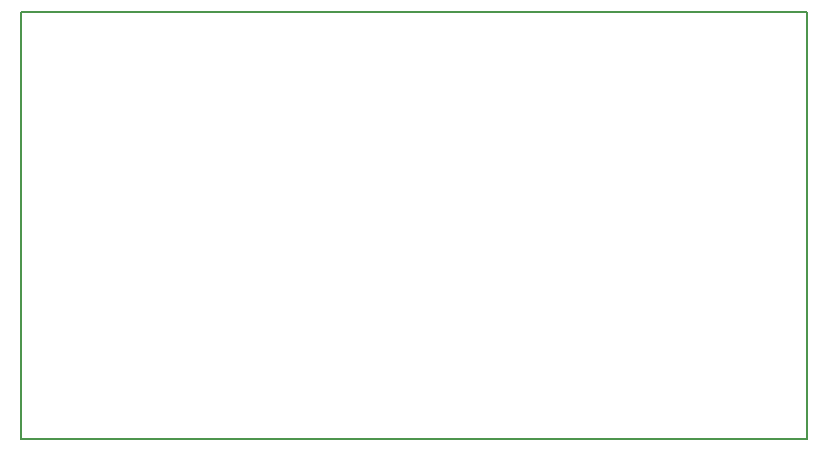
<source format=gbr>
G04 #@! TF.GenerationSoftware,KiCad,Pcbnew,(5.0.0)*
G04 #@! TF.CreationDate,2018-10-13T15:30:37-04:00*
G04 #@! TF.ProjectId,GLVColoumbCounterTest,474C56436F6C6F756D62436F756E7465,rev?*
G04 #@! TF.SameCoordinates,Original*
G04 #@! TF.FileFunction,Profile,NP*
%FSLAX46Y46*%
G04 Gerber Fmt 4.6, Leading zero omitted, Abs format (unit mm)*
G04 Created by KiCad (PCBNEW (5.0.0)) date 10/13/18 15:30:37*
%MOMM*%
%LPD*%
G01*
G04 APERTURE LIST*
%ADD10C,0.150000*%
G04 APERTURE END LIST*
D10*
X166243000Y-43815000D02*
X166243000Y-80010000D01*
X99695000Y-43815000D02*
X166243000Y-43815000D01*
X99695000Y-80010000D02*
X99695000Y-43815000D01*
X166243000Y-80010000D02*
X99695000Y-80010000D01*
M02*

</source>
